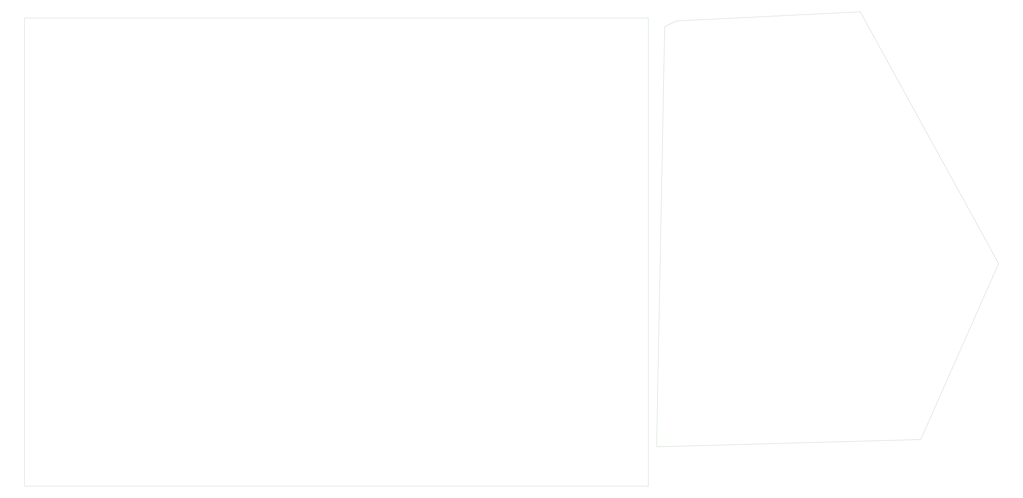
<source format=gbr>
%TF.GenerationSoftware,KiCad,Pcbnew,(5.1.4)-1*%
%TF.CreationDate,2020-07-08T08:30:02+02:00*%
%TF.ProjectId,SPU2,53505532-2e6b-4696-9361-645f70636258,rev?*%
%TF.SameCoordinates,Original*%
%TF.FileFunction,Profile,NP*%
%FSLAX46Y46*%
G04 Gerber Fmt 4.6, Leading zero omitted, Abs format (unit mm)*
G04 Created by KiCad (PCBNEW (5.1.4)-1) date 2020-07-08 08:30:02*
%MOMM*%
%LPD*%
G04 APERTURE LIST*
%ADD10C,0.050000*%
G04 APERTURE END LIST*
D10*
X450460000Y-25550000D02*
X458100000Y-21880000D01*
X445360000Y-294770000D02*
X450460000Y-25550000D01*
X614640000Y-290100000D02*
X445360000Y-294770000D01*
X664610000Y-177340000D02*
X614640000Y-290100000D01*
X575890000Y-16090000D02*
X664610000Y-177340000D01*
X458100000Y-21880000D02*
X575890000Y-16090000D01*
X40000000Y-320000000D02*
X40000000Y-20000000D01*
X440000000Y-320000000D02*
X40000000Y-320000000D01*
X440000000Y-20000000D02*
X440000000Y-320000000D01*
X435000000Y-20000000D02*
X440000000Y-20000000D01*
X40000000Y-20000000D02*
X435000000Y-20000000D01*
M02*

</source>
